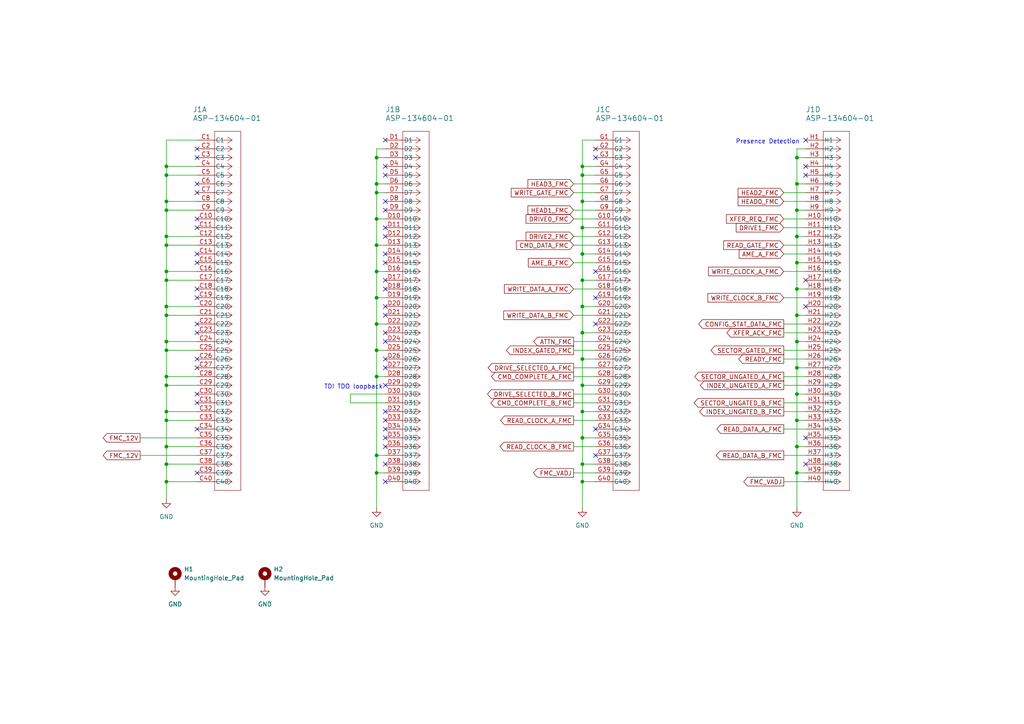
<source format=kicad_sch>
(kicad_sch (version 20230121) (generator eeschema)
  (paper "A4")
  (lib_symbols
    (symbol "Mechanical:MountingHole_Pad" (pin_numbers hide) (pin_names (offset 1.016) hide)
      (property "Reference" "H" (at 0 6.35 0))
      (property "Value" "MountingHole_Pad" (at 0 4.445 0))
      (symbol "MountingHole_Pad_1_1"
        (pin input line (at 0 -2.54 90) (length 2.54) (name "1") (number "1"))
      )
    )
    (symbol "custom:ASP-134604-01" (pin_names (offset 0.254))
      (property "Reference" "J" (at 8.89 6.35 0))
      (property "Value" "ASP-134604-01" (at 0 0 0))
      (symbol "ASP-134604-01_1_1"
        (pin unspecified line (at 0 0 0) (length 5.08) (name "C1") (number "C1"))
        (pin unspecified line (at 0 -22.86 0) (length 5.08) (name "C10") (number "C10"))
        (pin unspecified line (at 0 -25.4 0) (length 5.08) (name "C11") (number "C11"))
        (pin unspecified line (at 0 -27.94 0) (length 5.08) (name "C12") (number "C12"))
        (pin unspecified line (at 0 -30.48 0) (length 5.08) (name "C13") (number "C13"))
        (pin unspecified line (at 0 -33.02 0) (length 5.08) (name "C14") (number "C14"))
        (pin unspecified line (at 0 -35.56 0) (length 5.08) (name "C15") (number "C15"))
        (pin unspecified line (at 0 -38.1 0) (length 5.08) (name "C16") (number "C16"))
        (pin unspecified line (at 0 -40.64 0) (length 5.08) (name "C17") (number "C17"))
        (pin unspecified line (at 0 -43.18 0) (length 5.08) (name "C18") (number "C18"))
        (pin unspecified line (at 0 -45.72 0) (length 5.08) (name "C19") (number "C19"))
        (pin unspecified line (at 0 -2.54 0) (length 5.08) (name "C2") (number "C2"))
        (pin unspecified line (at 0 -48.26 0) (length 5.08) (name "C20") (number "C20"))
        (pin unspecified line (at 0 -50.8 0) (length 5.08) (name "C21") (number "C21"))
        (pin unspecified line (at 0 -53.34 0) (length 5.08) (name "C22") (number "C22"))
        (pin unspecified line (at 0 -55.88 0) (length 5.08) (name "C23") (number "C23"))
        (pin unspecified line (at 0 -58.42 0) (length 5.08) (name "C24") (number "C24"))
        (pin unspecified line (at 0 -60.96 0) (length 5.08) (name "C25") (number "C25"))
        (pin unspecified line (at 0 -63.5 0) (length 5.08) (name "C26") (number "C26"))
        (pin unspecified line (at 0 -66.04 0) (length 5.08) (name "C27") (number "C27"))
        (pin unspecified line (at 0 -68.58 0) (length 5.08) (name "C28") (number "C28"))
        (pin unspecified line (at 0 -71.12 0) (length 5.08) (name "C29") (number "C29"))
        (pin unspecified line (at 0 -5.08 0) (length 5.08) (name "C3") (number "C3"))
        (pin unspecified line (at 0 -73.66 0) (length 5.08) (name "C30") (number "C30"))
        (pin unspecified line (at 0 -76.2 0) (length 5.08) (name "C31") (number "C31"))
        (pin unspecified line (at 0 -78.74 0) (length 5.08) (name "C32") (number "C32"))
        (pin unspecified line (at 0 -81.28 0) (length 5.08) (name "C33") (number "C33"))
        (pin unspecified line (at 0 -83.82 0) (length 5.08) (name "C34") (number "C34"))
        (pin unspecified line (at 0 -86.36 0) (length 5.08) (name "C35") (number "C35"))
        (pin unspecified line (at 0 -88.9 0) (length 5.08) (name "C36") (number "C36"))
        (pin unspecified line (at 0 -91.44 0) (length 5.08) (name "C37") (number "C37"))
        (pin unspecified line (at 0 -93.98 0) (length 5.08) (name "C38") (number "C38"))
        (pin unspecified line (at 0 -96.52 0) (length 5.08) (name "C39") (number "C39"))
        (pin unspecified line (at 0 -7.62 0) (length 5.08) (name "C4") (number "C4"))
        (pin unspecified line (at 0 -99.06 0) (length 5.08) (name "C40") (number "C40"))
        (pin unspecified line (at 0 -10.16 0) (length 5.08) (name "C5") (number "C5"))
        (pin unspecified line (at 0 -12.7 0) (length 5.08) (name "C6") (number "C6"))
        (pin unspecified line (at 0 -15.24 0) (length 5.08) (name "C7") (number "C7"))
        (pin unspecified line (at 0 -17.78 0) (length 5.08) (name "C8") (number "C8"))
        (pin unspecified line (at 0 -20.32 0) (length 5.08) (name "C9") (number "C9"))
      )
      (symbol "ASP-134604-01_1_2"
        (pin unspecified line (at 0 0 0) (length 5.08) (name "C1") (number "C1"))
        (pin unspecified line (at 0 -22.86 0) (length 5.08) (name "C10") (number "C10"))
        (pin unspecified line (at 0 -25.4 0) (length 5.08) (name "C11") (number "C11"))
        (pin unspecified line (at 0 -27.94 0) (length 5.08) (name "C12") (number "C12"))
        (pin unspecified line (at 0 -30.48 0) (length 5.08) (name "C13") (number "C13"))
        (pin unspecified line (at 0 -33.02 0) (length 5.08) (name "C14") (number "C14"))
        (pin unspecified line (at 0 -35.56 0) (length 5.08) (name "C15") (number "C15"))
        (pin unspecified line (at 0 -38.1 0) (length 5.08) (name "C16") (number "C16"))
        (pin unspecified line (at 0 -40.64 0) (length 5.08) (name "C17") (number "C17"))
        (pin unspecified line (at 0 -43.18 0) (length 5.08) (name "C18") (number "C18"))
        (pin unspecified line (at 0 -45.72 0) (length 5.08) (name "C19") (number "C19"))
        (pin unspecified line (at 0 -2.54 0) (length 5.08) (name "C2") (number "C2"))
        (pin unspecified line (at 0 -48.26 0) (length 5.08) (name "C20") (number "C20"))
        (pin unspecified line (at 0 -50.8 0) (length 5.08) (name "C21") (number "C21"))
        (pin unspecified line (at 0 -53.34 0) (length 5.08) (name "C22") (number "C22"))
        (pin unspecified line (at 0 -55.88 0) (length 5.08) (name "C23") (number "C23"))
        (pin unspecified line (at 0 -58.42 0) (length 5.08) (name "C24") (number "C24"))
        (pin unspecified line (at 0 -60.96 0) (length 5.08) (name "C25") (number "C25"))
        (pin unspecified line (at 0 -63.5 0) (length 5.08) (name "C26") (number "C26"))
        (pin unspecified line (at 0 -66.04 0) (length 5.08) (name "C27") (number "C27"))
        (pin unspecified line (at 0 -68.58 0) (length 5.08) (name "C28") (number "C28"))
        (pin unspecified line (at 0 -71.12 0) (length 5.08) (name "C29") (number "C29"))
        (pin unspecified line (at 0 -5.08 0) (length 5.08) (name "C3") (number "C3"))
        (pin unspecified line (at 0 -73.66 0) (length 5.08) (name "C30") (number "C30"))
        (pin unspecified line (at 0 -76.2 0) (length 5.08) (name "C31") (number "C31"))
        (pin unspecified line (at 0 -78.74 0) (length 5.08) (name "C32") (number "C32"))
        (pin unspecified line (at 0 -81.28 0) (length 5.08) (name "C33") (number "C33"))
        (pin unspecified line (at 0 -83.82 0) (length 5.08) (name "C34") (number "C34"))
        (pin unspecified line (at 0 -86.36 0) (length 5.08) (name "C35") (number "C35"))
        (pin unspecified line (at 0 -88.9 0) (length 5.08) (name "C36") (number "C36"))
        (pin unspecified line (at 0 -91.44 0) (length 5.08) (name "C37") (number "C37"))
        (pin unspecified line (at 0 -93.98 0) (length 5.08) (name "C38") (number "C38"))
        (pin unspecified line (at 0 -96.52 0) (length 5.08) (name "C39") (number "C39"))
        (pin unspecified line (at 0 -7.62 0) (length 5.08) (name "C4") (number "C4"))
        (pin unspecified line (at 0 -99.06 0) (length 5.08) (name "C40") (number "C40"))
        (pin unspecified line (at 0 -10.16 0) (length 5.08) (name "C5") (number "C5"))
        (pin unspecified line (at 0 -12.7 0) (length 5.08) (name "C6") (number "C6"))
        (pin unspecified line (at 0 -15.24 0) (length 5.08) (name "C7") (number "C7"))
        (pin unspecified line (at 0 -17.78 0) (length 5.08) (name "C8") (number "C8"))
        (pin unspecified line (at 0 -20.32 0) (length 5.08) (name "C9") (number "C9"))
      )
      (symbol "ASP-134604-01_2_1"
        (pin unspecified line (at 0 0 0) (length 5.08) (name "D1") (number "D1"))
        (pin unspecified line (at 0 -22.86 0) (length 5.08) (name "D10") (number "D10"))
        (pin unspecified line (at 0 -25.4 0) (length 5.08) (name "D11") (number "D11"))
        (pin unspecified line (at 0 -27.94 0) (length 5.08) (name "D12") (number "D12"))
        (pin unspecified line (at 0 -30.48 0) (length 5.08) (name "D13") (number "D13"))
        (pin unspecified line (at 0 -33.02 0) (length 5.08) (name "D14") (number "D14"))
        (pin unspecified line (at 0 -35.56 0) (length 5.08) (name "D15") (number "D15"))
        (pin unspecified line (at 0 -38.1 0) (length 5.08) (name "D16") (number "D16"))
        (pin unspecified line (at 0 -40.64 0) (length 5.08) (name "D17") (number "D17"))
        (pin unspecified line (at 0 -43.18 0) (length 5.08) (name "D18") (number "D18"))
        (pin unspecified line (at 0 -45.72 0) (length 5.08) (name "D19") (number "D19"))
        (pin unspecified line (at 0 -2.54 0) (length 5.08) (name "D2") (number "D2"))
        (pin unspecified line (at 0 -48.26 0) (length 5.08) (name "D20") (number "D20"))
        (pin unspecified line (at 0 -50.8 0) (length 5.08) (name "D21") (number "D21"))
        (pin unspecified line (at 0 -53.34 0) (length 5.08) (name "D22") (number "D22"))
        (pin unspecified line (at 0 -55.88 0) (length 5.08) (name "D23") (number "D23"))
        (pin unspecified line (at 0 -58.42 0) (length 5.08) (name "D24") (number "D24"))
        (pin unspecified line (at 0 -60.96 0) (length 5.08) (name "D25") (number "D25"))
        (pin unspecified line (at 0 -63.5 0) (length 5.08) (name "D26") (number "D26"))
        (pin unspecified line (at 0 -66.04 0) (length 5.08) (name "D27") (number "D27"))
        (pin unspecified line (at 0 -68.58 0) (length 5.08) (name "D28") (number "D28"))
        (pin unspecified line (at 0 -71.12 0) (length 5.08) (name "D29") (number "D29"))
        (pin unspecified line (at 0 -5.08 0) (length 5.08) (name "D3") (number "D3"))
        (pin unspecified line (at 0 -73.66 0) (length 5.08) (name "D30") (number "D30"))
        (pin unspecified line (at 0 -76.2 0) (length 5.08) (name "D31") (number "D31"))
        (pin unspecified line (at 0 -78.74 0) (length 5.08) (name "D32") (number "D32"))
        (pin unspecified line (at 0 -81.28 0) (length 5.08) (name "D33") (number "D33"))
        (pin unspecified line (at 0 -83.82 0) (length 5.08) (name "D34") (number "D34"))
        (pin unspecified line (at 0 -86.36 0) (length 5.08) (name "D35") (number "D35"))
        (pin unspecified line (at 0 -88.9 0) (length 5.08) (name "D36") (number "D36"))
        (pin unspecified line (at 0 -91.44 0) (length 5.08) (name "D37") (number "D37"))
        (pin unspecified line (at 0 -93.98 0) (length 5.08) (name "D38") (number "D38"))
        (pin unspecified line (at 0 -96.52 0) (length 5.08) (name "D39") (number "D39"))
        (pin unspecified line (at 0 -7.62 0) (length 5.08) (name "D4") (number "D4"))
        (pin unspecified line (at 0 -99.06 0) (length 5.08) (name "D40") (number "D40"))
        (pin unspecified line (at 0 -10.16 0) (length 5.08) (name "D5") (number "D5"))
        (pin unspecified line (at 0 -12.7 0) (length 5.08) (name "D6") (number "D6"))
        (pin unspecified line (at 0 -15.24 0) (length 5.08) (name "D7") (number "D7"))
        (pin unspecified line (at 0 -17.78 0) (length 5.08) (name "D8") (number "D8"))
        (pin unspecified line (at 0 -20.32 0) (length 5.08) (name "D9") (number "D9"))
      )
      (symbol "ASP-134604-01_2_2"
        (pin unspecified line (at 0 0 0) (length 5.08) (name "D1") (number "D1"))
        (pin unspecified line (at 0 -22.86 0) (length 5.08) (name "D10") (number "D10"))
        (pin unspecified line (at 0 -25.4 0) (length 5.08) (name "D11") (number "D11"))
        (pin unspecified line (at 0 -27.94 0) (length 5.08) (name "D12") (number "D12"))
        (pin unspecified line (at 0 -30.48 0) (length 5.08) (name "D13") (number "D13"))
        (pin unspecified line (at 0 -33.02 0) (length 5.08) (name "D14") (number "D14"))
        (pin unspecified line (at 0 -35.56 0) (length 5.08) (name "D15") (number "D15"))
        (pin unspecified line (at 0 -38.1 0) (length 5.08) (name "D16") (number "D16"))
        (pin unspecified line (at 0 -40.64 0) (length 5.08) (name "D17") (number "D17"))
        (pin unspecified line (at 0 -43.18 0) (length 5.08) (name "D18") (number "D18"))
        (pin unspecified line (at 0 -45.72 0) (length 5.08) (name "D19") (number "D19"))
        (pin unspecified line (at 0 -2.54 0) (length 5.08) (name "D2") (number "D2"))
        (pin unspecified line (at 0 -48.26 0) (length 5.08) (name "D20") (number "D20"))
        (pin unspecified line (at 0 -50.8 0) (length 5.08) (name "D21") (number "D21"))
        (pin unspecified line (at 0 -53.34 0) (length 5.08) (name "D22") (number "D22"))
        (pin unspecified line (at 0 -55.88 0) (length 5.08) (name "D23") (number "D23"))
        (pin unspecified line (at 0 -58.42 0) (length 5.08) (name "D24") (number "D24"))
        (pin unspecified line (at 0 -60.96 0) (length 5.08) (name "D25") (number "D25"))
        (pin unspecified line (at 0 -63.5 0) (length 5.08) (name "D26") (number "D26"))
        (pin unspecified line (at 0 -66.04 0) (length 5.08) (name "D27") (number "D27"))
        (pin unspecified line (at 0 -68.58 0) (length 5.08) (name "D28") (number "D28"))
        (pin unspecified line (at 0 -71.12 0) (length 5.08) (name "D29") (number "D29"))
        (pin unspecified line (at 0 -5.08 0) (length 5.08) (name "D3") (number "D3"))
        (pin unspecified line (at 0 -73.66 0) (length 5.08) (name "D30") (number "D30"))
        (pin unspecified line (at 0 -76.2 0) (length 5.08) (name "D31") (number "D31"))
        (pin unspecified line (at 0 -78.74 0) (length 5.08) (name "D32") (number "D32"))
        (pin unspecified line (at 0 -81.28 0) (length 5.08) (name "D33") (number "D33"))
        (pin unspecified line (at 0 -83.82 0) (length 5.08) (name "D34") (number "D34"))
        (pin unspecified line (at 0 -86.36 0) (length 5.08) (name "D35") (number "D35"))
        (pin unspecified line (at 0 -88.9 0) (length 5.08) (name "D36") (number "D36"))
        (pin unspecified line (at 0 -91.44 0) (length 5.08) (name "D37") (number "D37"))
        (pin unspecified line (at 0 -93.98 0) (length 5.08) (name "D38") (number "D38"))
        (pin unspecified line (at 0 -96.52 0) (length 5.08) (name "D39") (number "D39"))
        (pin unspecified line (at 0 -7.62 0) (length 5.08) (name "D4") (number "D4"))
        (pin unspecified line (at 0 -99.06 0) (length 5.08) (name "D40") (number "D40"))
        (pin unspecified line (at 0 -10.16 0) (length 5.08) (name "D5") (number "D5"))
        (pin unspecified line (at 0 -12.7 0) (length 5.08) (name "D6") (number "D6"))
        (pin unspecified line (at 0 -15.24 0) (length 5.08) (name "D7") (number "D7"))
        (pin unspecified line (at 0 -17.78 0) (length 5.08) (name "D8") (number "D8"))
        (pin unspecified line (at 0 -20.32 0) (length 5.08) (name "D9") (number "D9"))
      )
      (symbol "ASP-134604-01_3_1"
        (pin unspecified line (at 0 0 0) (length 5.08) (name "G1") (number "G1"))
        (pin unspecified line (at 0 -22.86 0) (length 5.08) (name "G10") (number "G10"))
        (pin unspecified line (at 0 -25.4 0) (length 5.08) (name "G11") (number "G11"))
        (pin unspecified line (at 0 -27.94 0) (length 5.08) (name "G12") (number "G12"))
        (pin unspecified line (at 0 -30.48 0) (length 5.08) (name "G13") (number "G13"))
        (pin unspecified line (at 0 -33.02 0) (length 5.08) (name "G14") (number "G14"))
        (pin unspecified line (at 0 -35.56 0) (length 5.08) (name "G15") (number "G15"))
        (pin unspecified line (at 0 -38.1 0) (length 5.08) (name "G16") (number "G16"))
        (pin unspecified line (at 0 -40.64 0) (length 5.08) (name "G17") (number "G17"))
        (pin unspecified line (at 0 -43.18 0) (length 5.08) (name "G18") (number "G18"))
        (pin unspecified line (at 0 -45.72 0) (length 5.08) (name "G19") (number "G19"))
        (pin unspecified line (at 0 -2.54 0) (length 5.08) (name "G2") (number "G2"))
        (pin unspecified line (at 0 -48.26 0) (length 5.08) (name "G20") (number "G20"))
        (pin unspecified line (at 0 -50.8 0) (length 5.08) (name "G21") (number "G21"))
        (pin unspecified line (at 0 -53.34 0) (length 5.08) (name "G22") (number "G22"))
        (pin unspecified line (at 0 -55.88 0) (length 5.08) (name "G23") (number "G23"))
        (pin unspecified line (at 0 -58.42 0) (length 5.08) (name "G24") (number "G24"))
        (pin unspecified line (at 0 -60.96 0) (length 5.08) (name "G25") (number "G25"))
        (pin unspecified line (at 0 -63.5 0) (length 5.08) (name "G26") (number "G26"))
        (pin unspecified line (at 0 -66.04 0) (length 5.08) (name "G27") (number "G27"))
        (pin unspecified line (at 0 -68.58 0) (length 5.08) (name "G28") (number "G28"))
        (pin unspecified line (at 0 -71.12 0) (length 5.08) (name "G29") (number "G29"))
        (pin unspecified line (at 0 -5.08 0) (length 5.08) (name "G3") (number "G3"))
        (pin unspecified line (at 0 -73.66 0) (length 5.08) (name "G30") (number "G30"))
        (pin unspecified line (at 0 -76.2 0) (length 5.08) (name "G31") (number "G31"))
        (pin unspecified line (at 0 -78.74 0) (length 5.08) (name "G32") (number "G32"))
        (pin unspecified line (at 0 -81.28 0) (length 5.08) (name "G33") (number "G33"))
        (pin unspecified line (at 0 -83.82 0) (length 5.08) (name "G34") (number "G34"))
        (pin unspecified line (at 0 -86.36 0) (length 5.08) (name "G35") (number "G35"))
        (pin unspecified line (at 0 -88.9 0) (length 5.08) (name "G36") (number "G36"))
        (pin unspecified line (at 0 -91.44 0) (length 5.08) (name "G37") (number "G37"))
        (pin unspecified line (at 0 -93.98 0) (length 5.08) (name "G38") (number "G38"))
        (pin unspecified line (at 0 -96.52 0) (length 5.08) (name "G39") (number "G39"))
        (pin unspecified line (at 0 -7.62 0) (length 5.08) (name "G4") (number "G4"))
        (pin unspecified line (at 0 -99.06 0) (length 5.08) (name "G40") (number "G40"))
        (pin unspecified line (at 0 -10.16 0) (length 5.08) (name "G5") (number "G5"))
        (pin unspecified line (at 0 -12.7 0) (length 5.08) (name "G6") (number "G6"))
        (pin unspecified line (at 0 -15.24 0) (length 5.08) (name "G7") (number "G7"))
        (pin unspecified line (at 0 -17.78 0) (length 5.08) (name "G8") (number "G8"))
        (pin unspecified line (at 0 -20.32 0) (length 5.08) (name "G9") (number "G9"))
      )
      (symbol "ASP-134604-01_3_2"
        (pin unspecified line (at 0 0 0) (length 5.08) (name "G1") (number "G1"))
        (pin unspecified line (at 0 -22.86 0) (length 5.08) (name "G10") (number "G10"))
        (pin unspecified line (at 0 -25.4 0) (length 5.08) (name "G11") (number "G11"))
        (pin unspecified line (at 0 -27.94 0) (length 5.08) (name "G12") (number "G12"))
        (pin unspecified line (at 0 -30.48 0) (length 5.08) (name "G13") (number "G13"))
        (pin unspecified line (at 0 -33.02 0) (length 5.08) (name "G14") (number "G14"))
        (pin unspecified line (at 0 -35.56 0) (length 5.08) (name "G15") (number "G15"))
        (pin unspecified line (at 0 -38.1 0) (length 5.08) (name "G16") (number "G16"))
        (pin unspecified line (at 0 -40.64 0) (length 5.08) (name "G17") (number "G17"))
        (pin unspecified line (at 0 -43.18 0) (length 5.08) (name "G18") (number "G18"))
        (pin unspecified line (at 0 -45.72 0) (length 5.08) (name "G19") (number "G19"))
        (pin unspecified line (at 0 -2.54 0) (length 5.08) (name "G2") (number "G2"))
        (pin unspecified line (at 0 -48.26 0) (length 5.08) (name "G20") (number "G20"))
        (pin unspecified line (at 0 -50.8 0) (length 5.08) (name "G21") (number "G21"))
        (pin unspecified line (at 0 -53.34 0) (length 5.08) (name "G22") (number "G22"))
        (pin unspecified line (at 0 -55.88 0) (length 5.08) (name "G23") (number "G23"))
        (pin unspecified line (at 0 -58.42 0) (length 5.08) (name "G24") (number "G24"))
        (pin unspecified line (at 0 -60.96 0) (length 5.08) (name "G25") (number "G25"))
        (pin unspecified line (at 0 -63.5 0) (length 5.08) (name "G26") (number "G26"))
        (pin unspecified line (at 0 -66.04 0) (length 5.08) (name "G27") (number "G27"))
        (pin unspecified line (at 0 -68.58 0) (length 5.08) (name "G28") (number "G28"))
        (pin unspecified line (at 0 -71.12 0) (length 5.08) (name "G29") (number "G29"))
        (pin unspecified line (at 0 -5.08 0) (length 5.08) (name "G3") (number "G3"))
        (pin unspecified line (at 0 -73.66 0) (length 5.08) (name "G30") (number "G30"))
        (pin unspecified line (at 0 -76.2 0) (length 5.08) (name "G31") (number "G31"))
        (pin unspecified line (at 0 -78.74 0) (length 5.08) (name "G32") (number "G32"))
        (pin unspecified line (at 0 -81.28 0) (length 5.08) (name "G33") (number "G33"))
        (pin unspecified line (at 0 -83.82 0) (length 5.08) (name "G34") (number "G34"))
        (pin unspecified line (at 0 -86.36 0) (length 5.08) (name "G35") (number "G35"))
        (pin unspecified line (at 0 -88.9 0) (length 5.08) (name "G36") (number "G36"))
        (pin unspecified line (at 0 -91.44 0) (length 5.08) (name "G37") (number "G37"))
        (pin unspecified line (at 0 -93.98 0) (length 5.08) (name "G38") (number "G38"))
        (pin unspecified line (at 0 -96.52 0) (length 5.08) (name "G39") (number "G39"))
        (pin unspecified line (at 0 -7.62 0) (length 5.08) (name "G4") (number "G4"))
        (pin unspecified line (at 0 -99.06 0) (length 5.08) (name "G40") (number "G40"))
        (pin unspecified line (at 0 -10.16 0) (length 5.08) (name "G5") (number "G5"))
        (pin unspecified line (at 0 -12.7 0) (length 5.08) (name "G6") (number "G6"))
        (pin unspecified line (at 0 -15.24 0) (length 5.08) (name "G7") (number "G7"))
        (pin unspecified line (at 0 -17.78 0) (length 5.08) (name "G8") (number "G8"))
        (pin unspecified line (at 0 -20.32 0) (length 5.08) (name "G9") (number "G9"))
      )
      (symbol "ASP-134604-01_4_1"
        (pin unspecified line (at 0 0 0) (length 5.08) (name "H1") (number "H1"))
        (pin unspecified line (at 0 -22.86 0) (length 5.08) (name "H10") (number "H10"))
        (pin unspecified line (at 0 -25.4 0) (length 5.08) (name "H11") (number "H11"))
        (pin unspecified line (at 0 -27.94 0) (length 5.08) (name "H12") (number "H12"))
        (pin unspecified line (at 0 -30.48 0) (length 5.08) (name "H13") (number "H13"))
        (pin unspecified line (at 0 -33.02 0) (length 5.08) (name "H14") (number "H14"))
        (pin unspecified line (at 0 -35.56 0) (length 5.08) (name "H15") (number "H15"))
        (pin unspecified line (at 0 -38.1 0) (length 5.08) (name "H16") (number "H16"))
        (pin unspecified line (at 0 -40.64 0) (length 5.08) (name "H17") (number "H17"))
        (pin unspecified line (at 0 -43.18 0) (length 5.08) (name "H18") (number "H18"))
        (pin unspecified line (at 0 -45.72 0) (length 5.08) (name "H19") (number "H19"))
        (pin unspecified line (at 0 -2.54 0) (length 5.08) (name "H2") (number "H2"))
        (pin unspecified line (at 0 -48.26 0) (length 5.08) (name "H20") (number "H20"))
        (pin unspecified line (at 0 -50.8 0) (length 5.08) (name "H21") (number "H21"))
        (pin unspecified line (at 0 -53.34 0) (length 5.08) (name "H22") (number "H22"))
        (pin unspecified line (at 0 -55.88 0) (length 5.08) (name "H23") (number "H23"))
        (pin unspecified line (at 0 -58.42 0) (length 5.08) (name "H24") (number "H24"))
        (pin unspecified line (at 0 -60.96 0) (length 5.08) (name "H25") (number "H25"))
        (pin unspecified line (at 0 -63.5 0) (length 5.08) (name "H26") (number "H26"))
        (pin unspecified line (at 0 -66.04 0) (length 5.08) (name "H27") (number "H27"))
        (pin unspecified line (at 0 -68.58 0) (length 5.08) (name "H28") (number "H28"))
        (pin unspecified line (at 0 -71.12 0) (length 5.08) (name "H29") (number "H29"))
        (pin unspecified line (at 0 -5.08 0) (length 5.08) (name "H3") (number "H3"))
        (pin unspecified line (at 0 -73.66 0) (length 5.08) (name "H30") (number "H30"))
        (pin unspecified line (at 0 -76.2 0) (length 5.08) (name "H31") (number "H31"))
        (pin unspecified line (at 0 -78.74 0) (length 5.08) (name "H32") (number "H32"))
        (pin unspecified line (at 0 -81.28 0) (length 5.08) (name "H33") (number "H33"))
        (pin unspecified line (at 0 -83.82 0) (length 5.08) (name "H34") (number "H34"))
        (pin unspecified line (at 0 -86.36 0) (length 5.08) (name "H35") (number "H35"))
        (pin unspecified line (at 0 -88.9 0) (length 5.08) (name "H36") (number "H36"))
        (pin unspecified line (at 0 -91.44 0) (length 5.08) (name "H37") (number "H37"))
        (pin unspecified line (at 0 -93.98 0) (length 5.08) (name "H38") (number "H38"))
        (pin unspecified line (at 0 -96.52 0) (length 5.08) (name "H39") (number "H39"))
        (pin unspecified line (at 0 -7.62 0) (length 5.08) (name "H4") (number "H4"))
        (pin unspecified line (at 0 -99.06 0) (length 5.08) (name "H40") (number "H40"))
        (pin unspecified line (at 0 -10.16 0) (length 5.08) (name "H5") (number "H5"))
        (pin unspecified line (at 0 -12.7 0) (length 5.08) (name "H6") (number "H6"))
        (pin unspecified line (at 0 -15.24 0) (length 5.08) (name "H7") (number "H7"))
        (pin unspecified line (at 0 -17.78 0) (length 5.08) (name "H8") (number "H8"))
        (pin unspecified line (at 0 -20.32 0) (length 5.08) (name "H9") (number "H9"))
      )
      (symbol "ASP-134604-01_4_2"
        (pin unspecified line (at 0 0 0) (length 5.08) (name "H1") (number "H1"))
        (pin unspecified line (at 0 -22.86 0) (length 5.08) (name "H10") (number "H10"))
        (pin unspecified line (at 0 -25.4 0) (length 5.08) (name "H11") (number "H11"))
        (pin unspecified line (at 0 -27.94 0) (length 5.08) (name "H12") (number "H12"))
        (pin unspecified line (at 0 -30.48 0) (length 5.08) (name "H13") (number "H13"))
        (pin unspecified line (at 0 -33.02 0) (length 5.08) (name "H14") (number "H14"))
        (pin unspecified line (at 0 -35.56 0) (length 5.08) (name "H15") (number "H15"))
        (pin unspecified line (at 0 -38.1 0) (length 5.08) (name "H16") (number "H16"))
        (pin unspecified line (at 0 -40.64 0) (length 5.08) (name "H17") (number "H17"))
        (pin unspecified line (at 0 -43.18 0) (length 5.08) (name "H18") (number "H18"))
        (pin unspecified line (at 0 -45.72 0) (length 5.08) (name "H19") (number "H19"))
        (pin unspecified line (at 0 -2.54 0) (length 5.08) (name "H2") (number "H2"))
        (pin unspecified line (at 0 -48.26 0) (length 5.08) (name "H20") (number "H20"))
        (pin unspecified line (at 0 -50.8 0) (length 5.08) (name "H21") (number "H21"))
        (pin unspecified line (at 0 -53.34 0) (length 5.08) (name "H22") (number "H22"))
        (pin unspecified line (at 0 -55.88 0) (length 5.08) (name "H23") (number "H23"))
        (pin unspecified line (at 0 -58.42 0) (length 5.08) (name "H24") (number "H24"))
        (pin unspecified line (at 0 -60.96 0) (length 5.08) (name "H25") (number "H25"))
        (pin unspecified line (at 0 -63.5 0) (length 5.08) (name "H26") (number "H26"))
        (pin unspecified line (at 0 -66.04 0) (length 5.08) (name "H27") (number "H27"))
        (pin unspecified line (at 0 -68.58 0) (length 5.08) (name "H28") (number "H28"))
        (pin unspecified line (at 0 -71.12 0) (length 5.08) (name "H29") (number "H29"))
        (pin unspecified line (at 0 -5.08 0) (length 5.08) (name "H3") (number "H3"))
        (pin unspecified line (at 0 -73.66 0) (length 5.08) (name "H30") (number "H30"))
        (pin unspecified line (at 0 -76.2 0) (length 5.08) (name "H31") (number "H31"))
        (pin unspecified line (at 0 -78.74 0) (length 5.08) (name "H32") (number "H32"))
        (pin unspecified line (at 0 -81.28 0) (length 5.08) (name "H33") (number "H33"))
        (pin unspecified line (at 0 -83.82 0) (length 5.08) (name "H34") (number "H34"))
        (pin unspecified line (at 0 -86.36 0) (length 5.08) (name "H35") (number "H35"))
        (pin unspecified line (at 0 -88.9 0) (length 5.08) (name "H36") (number "H36"))
        (pin unspecified line (at 0 -91.44 0) (length 5.08) (name "H37") (number "H37"))
        (pin unspecified line (at 0 -93.98 0) (length 5.08) (name "H38") (number "H38"))
        (pin unspecified line (at 0 -96.52 0) (length 5.08) (name "H39") (number "H39"))
        (pin unspecified line (at 0 -7.62 0) (length 5.08) (name "H4") (number "H4"))
        (pin unspecified line (at 0 -99.06 0) (length 5.08) (name "H40") (number "H40"))
        (pin unspecified line (at 0 -10.16 0) (length 5.08) (name "H5") (number "H5"))
        (pin unspecified line (at 0 -12.7 0) (length 5.08) (name "H6") (number "H6"))
        (pin unspecified line (at 0 -15.24 0) (length 5.08) (name "H7") (number "H7"))
        (pin unspecified line (at 0 -17.78 0) (length 5.08) (name "H8") (number "H8"))
        (pin unspecified line (at 0 -20.32 0) (length 5.08) (name "H9") (number "H9"))
      )
    )
    (symbol "power:GND" (power) (pin_names (offset 0))
      (property "Value" "GND" (at 0 -3.81 0))
      (symbol "GND_1_1"
        (pin power_in line (at 0 0 270) (length 0) hide (name "GND") (number "1"))
      )
    )
  )
  (junction (at 48.26 60.96))
  (junction (at 48.26 129.54))
  (junction (at 231.14 106.68))
  (junction (at 48.26 134.62))
  (junction (at 48.26 68.58))
  (junction (at 168.91 119.38))
  (junction (at 48.26 139.7))
  (junction (at 168.91 50.8))
  (junction (at 48.26 50.8))
  (junction (at 48.26 71.12))
  (junction (at 109.22 63.5))
  (junction (at 48.26 101.6))
  (junction (at 109.22 55.88))
  (junction (at 109.22 101.6))
  (junction (at 168.91 81.28))
  (junction (at 168.91 58.42))
  (junction (at 48.26 121.92))
  (junction (at 109.22 45.72))
  (junction (at 231.14 114.3))
  (junction (at 168.91 96.52))
  (junction (at 109.22 109.22))
  (junction (at 231.14 99.06))
  (junction (at 231.14 91.44))
  (junction (at 231.14 83.82))
  (junction (at 231.14 129.54))
  (junction (at 109.22 86.36))
  (junction (at 48.26 109.22))
  (junction (at 109.22 137.16))
  (junction (at 109.22 53.34))
  (junction (at 48.26 78.74))
  (junction (at 48.26 81.28))
  (junction (at 231.14 60.96))
  (junction (at 109.22 132.08))
  (junction (at 168.91 111.76))
  (junction (at 48.26 88.9))
  (junction (at 231.14 76.2))
  (junction (at 109.22 71.12))
  (junction (at 48.26 99.06))
  (junction (at 48.26 48.26))
  (junction (at 231.14 121.92))
  (junction (at 168.91 134.62))
  (junction (at 168.91 73.66))
  (junction (at 48.26 91.44))
  (junction (at 48.26 58.42))
  (junction (at 168.91 139.7))
  (junction (at 231.14 53.34))
  (junction (at 48.26 119.38))
  (junction (at 168.91 66.04))
  (junction (at 109.22 78.74))
  (junction (at 231.14 137.16))
  (junction (at 48.26 111.76))
  (junction (at 231.14 45.72))
  (junction (at 168.91 48.26))
  (junction (at 231.14 68.58))
  (junction (at 168.91 127))
  (junction (at 109.22 93.98))
  (junction (at 168.91 104.14))
  (junction (at 168.91 88.9))
  (no_connect (at 172.72 93.98))
  (no_connect (at 57.15 96.52))
  (no_connect (at 111.76 129.54))
  (no_connect (at 57.15 43.18))
  (no_connect (at 57.15 76.2))
  (no_connect (at 172.72 78.74))
  (no_connect (at 111.76 111.76))
  (no_connect (at 57.15 45.72))
  (no_connect (at 111.76 81.28))
  (no_connect (at 111.76 88.9))
  (no_connect (at 57.15 104.14))
  (no_connect (at 57.15 73.66))
  (no_connect (at 172.72 132.08))
  (no_connect (at 172.72 43.18))
  (no_connect (at 233.68 81.28))
  (no_connect (at 111.76 68.58))
  (no_connect (at 57.15 137.16))
  (no_connect (at 57.15 124.46))
  (no_connect (at 111.76 104.14))
  (no_connect (at 111.76 124.46))
  (no_connect (at 111.76 96.52))
  (no_connect (at 111.76 134.62))
  (no_connect (at 172.72 124.46))
  (no_connect (at 111.76 58.42))
  (no_connect (at 57.15 63.5))
  (no_connect (at 57.15 86.36))
  (no_connect (at 57.15 116.84))
  (no_connect (at 111.76 73.66))
  (no_connect (at 111.76 50.8))
  (no_connect (at 111.76 83.82))
  (no_connect (at 57.15 114.3))
  (no_connect (at 233.68 88.9))
  (no_connect (at 111.76 91.44))
  (no_connect (at 57.15 53.34))
  (no_connect (at 111.76 121.92))
  (no_connect (at 233.68 50.8))
  (no_connect (at 172.72 45.72))
  (no_connect (at 111.76 99.06))
  (no_connect (at 57.15 83.82))
  (no_connect (at 233.68 40.64))
  (no_connect (at 111.76 48.26))
  (no_connect (at 57.15 66.04))
  (no_connect (at 57.15 93.98))
  (no_connect (at 57.15 55.88))
  (no_connect (at 172.72 86.36))
  (no_connect (at 233.68 127))
  (no_connect (at 111.76 139.7))
  (no_connect (at 111.76 106.68))
  (no_connect (at 233.68 48.26))
  (no_connect (at 233.68 134.62))
  (no_connect (at 57.15 106.68))
  (no_connect (at 111.76 119.38))
  (no_connect (at 111.76 127))
  (no_connect (at 111.76 60.96))
  (no_connect (at 111.76 40.64))
  (no_connect (at 111.76 66.04))
  (no_connect (at 111.76 76.2))
  (wire (pts (xy 57.15 121.92) (xy 48.26 121.92)))
  (wire (pts (xy 227.33 124.46) (xy 233.68 124.46)))
  (wire (pts (xy 168.91 111.76) (xy 168.91 119.38)))
  (wire (pts (xy 166.37 129.54) (xy 172.72 129.54)))
  (wire (pts (xy 168.91 96.52) (xy 168.91 104.14)))
  (wire (pts (xy 48.26 68.58) (xy 57.15 68.58)))
  (wire (pts (xy 48.26 71.12) (xy 48.26 78.74)))
  (wire (pts (xy 231.14 68.58) (xy 231.14 76.2)))
  (wire (pts (xy 109.22 101.6) (xy 109.22 109.22)))
  (wire (pts (xy 48.26 81.28) (xy 48.26 88.9)))
  (wire (pts (xy 227.33 139.7) (xy 233.68 139.7)))
  (wire (pts (xy 172.72 96.52) (xy 168.91 96.52)))
  (wire (pts (xy 57.15 40.64) (xy 48.26 40.64)))
  (wire (pts (xy 109.22 43.18) (xy 109.22 45.72)))
  (wire (pts (xy 48.26 40.64) (xy 48.26 48.26)))
  (wire (pts (xy 172.72 111.76) (xy 168.91 111.76)))
  (wire (pts (xy 227.33 111.76) (xy 233.68 111.76)))
  (wire (pts (xy 227.33 86.36) (xy 233.68 86.36)))
  (wire (pts (xy 233.68 91.44) (xy 231.14 91.44)))
  (wire (pts (xy 166.37 101.6) (xy 172.72 101.6)))
  (wire (pts (xy 48.26 91.44) (xy 57.15 91.44)))
  (wire (pts (xy 109.22 132.08) (xy 109.22 137.16)))
  (wire (pts (xy 48.26 68.58) (xy 48.26 71.12)))
  (wire (pts (xy 172.72 139.7) (xy 168.91 139.7)))
  (wire (pts (xy 48.26 78.74) (xy 57.15 78.74)))
  (wire (pts (xy 231.14 60.96) (xy 231.14 68.58)))
  (wire (pts (xy 231.14 43.18) (xy 231.14 45.72)))
  (wire (pts (xy 111.76 71.12) (xy 109.22 71.12)))
  (wire (pts (xy 48.26 71.12) (xy 57.15 71.12)))
  (wire (pts (xy 233.68 106.68) (xy 231.14 106.68)))
  (wire (pts (xy 40.64 132.08) (xy 57.15 132.08)))
  (wire (pts (xy 172.72 127) (xy 168.91 127)))
  (wire (pts (xy 48.26 129.54) (xy 48.26 134.62)))
  (wire (pts (xy 48.26 81.28) (xy 57.15 81.28)))
  (wire (pts (xy 109.22 63.5) (xy 109.22 71.12)))
  (wire (pts (xy 227.33 66.04) (xy 233.68 66.04)))
  (wire (pts (xy 231.14 99.06) (xy 231.14 106.68)))
  (wire (pts (xy 172.72 134.62) (xy 168.91 134.62)))
  (wire (pts (xy 57.15 99.06) (xy 48.26 99.06)))
  (wire (pts (xy 57.15 101.6) (xy 48.26 101.6)))
  (wire (pts (xy 172.72 73.66) (xy 168.91 73.66)))
  (wire (pts (xy 227.33 63.5) (xy 233.68 63.5)))
  (wire (pts (xy 172.72 119.38) (xy 168.91 119.38)))
  (wire (pts (xy 172.72 104.14) (xy 168.91 104.14)))
  (wire (pts (xy 227.33 73.66) (xy 233.68 73.66)))
  (wire (pts (xy 233.68 137.16) (xy 231.14 137.16)))
  (wire (pts (xy 48.26 139.7) (xy 48.26 144.78)))
  (wire (pts (xy 166.37 91.44) (xy 172.72 91.44)))
  (wire (pts (xy 111.76 137.16) (xy 109.22 137.16)))
  (wire (pts (xy 168.91 119.38) (xy 168.91 127)))
  (wire (pts (xy 109.22 45.72) (xy 109.22 53.34)))
  (wire (pts (xy 227.33 119.38) (xy 233.68 119.38)))
  (wire (pts (xy 168.91 73.66) (xy 168.91 81.28)))
  (wire (pts (xy 231.14 114.3) (xy 231.14 121.92)))
  (wire (pts (xy 168.91 134.62) (xy 168.91 139.7)))
  (wire (pts (xy 109.22 53.34) (xy 109.22 55.88)))
  (wire (pts (xy 231.14 137.16) (xy 231.14 147.32)))
  (wire (pts (xy 231.14 83.82) (xy 231.14 91.44)))
  (wire (pts (xy 48.26 134.62) (xy 48.26 139.7)))
  (wire (pts (xy 166.37 68.58) (xy 172.72 68.58)))
  (wire (pts (xy 48.26 78.74) (xy 48.26 81.28)))
  (wire (pts (xy 227.33 109.22) (xy 233.68 109.22)))
  (wire (pts (xy 227.33 93.98) (xy 233.68 93.98)))
  (wire (pts (xy 166.37 116.84) (xy 172.72 116.84)))
  (wire (pts (xy 231.14 106.68) (xy 231.14 114.3)))
  (wire (pts (xy 168.91 139.7) (xy 168.91 147.32)))
  (wire (pts (xy 227.33 101.6) (xy 233.68 101.6)))
  (wire (pts (xy 233.68 99.06) (xy 231.14 99.06)))
  (wire (pts (xy 109.22 86.36) (xy 109.22 93.98)))
  (wire (pts (xy 57.15 48.26) (xy 48.26 48.26)))
  (wire (pts (xy 166.37 76.2) (xy 172.72 76.2)))
  (wire (pts (xy 168.91 81.28) (xy 168.91 88.9)))
  (wire (pts (xy 233.68 43.18) (xy 231.14 43.18)))
  (wire (pts (xy 109.22 55.88) (xy 109.22 63.5)))
  (wire (pts (xy 48.26 99.06) (xy 48.26 101.6)))
  (wire (pts (xy 111.76 43.18) (xy 109.22 43.18)))
  (wire (pts (xy 57.15 109.22) (xy 48.26 109.22)))
  (wire (pts (xy 40.64 127) (xy 57.15 127)))
  (wire (pts (xy 48.26 109.22) (xy 48.26 111.76)))
  (wire (pts (xy 166.37 60.96) (xy 172.72 60.96)))
  (wire (pts (xy 231.14 121.92) (xy 231.14 129.54)))
  (wire (pts (xy 172.72 40.64) (xy 168.91 40.64)))
  (wire (pts (xy 168.91 48.26) (xy 172.72 48.26)))
  (wire (pts (xy 101.6 116.84) (xy 111.76 116.84)))
  (wire (pts (xy 48.26 139.7) (xy 57.15 139.7)))
  (wire (pts (xy 57.15 134.62) (xy 48.26 134.62)))
  (wire (pts (xy 168.91 58.42) (xy 168.91 66.04)))
  (wire (pts (xy 227.33 104.14) (xy 233.68 104.14)))
  (wire (pts (xy 231.14 129.54) (xy 231.14 137.16)))
  (wire (pts (xy 233.68 60.96) (xy 231.14 60.96)))
  (wire (pts (xy 227.33 132.08) (xy 233.68 132.08)))
  (wire (pts (xy 57.15 88.9) (xy 48.26 88.9)))
  (wire (pts (xy 109.22 55.88) (xy 111.76 55.88)))
  (wire (pts (xy 166.37 137.16) (xy 172.72 137.16)))
  (wire (pts (xy 233.68 83.82) (xy 231.14 83.82)))
  (wire (pts (xy 48.26 50.8) (xy 48.26 58.42)))
  (wire (pts (xy 227.33 78.74) (xy 233.68 78.74)))
  (wire (pts (xy 111.76 63.5) (xy 109.22 63.5)))
  (wire (pts (xy 231.14 53.34) (xy 231.14 60.96)))
  (wire (pts (xy 166.37 114.3) (xy 172.72 114.3)))
  (wire (pts (xy 166.37 55.88) (xy 172.72 55.88)))
  (wire (pts (xy 168.91 104.14) (xy 168.91 111.76)))
  (wire (pts (xy 168.91 88.9) (xy 168.91 96.52)))
  (wire (pts (xy 172.72 58.42) (xy 168.91 58.42)))
  (wire (pts (xy 48.26 60.96) (xy 57.15 60.96)))
  (wire (pts (xy 109.22 109.22) (xy 109.22 132.08)))
  (wire (pts (xy 48.26 58.42) (xy 57.15 58.42)))
  (wire (pts (xy 101.6 114.3) (xy 101.6 116.84)))
  (wire (pts (xy 233.68 121.92) (xy 231.14 121.92)))
  (wire (pts (xy 48.26 50.8) (xy 57.15 50.8)))
  (wire (pts (xy 168.91 50.8) (xy 168.91 58.42)))
  (wire (pts (xy 166.37 83.82) (xy 172.72 83.82)))
  (wire (pts (xy 111.76 93.98) (xy 109.22 93.98)))
  (wire (pts (xy 109.22 71.12) (xy 109.22 78.74)))
  (wire (pts (xy 111.76 132.08) (xy 109.22 132.08)))
  (wire (pts (xy 231.14 91.44) (xy 231.14 99.06)))
  (wire (pts (xy 111.76 86.36) (xy 109.22 86.36)))
  (wire (pts (xy 233.68 114.3) (xy 231.14 114.3)))
  (wire (pts (xy 48.26 111.76) (xy 48.26 119.38)))
  (wire (pts (xy 168.91 127) (xy 168.91 134.62)))
  (wire (pts (xy 57.15 111.76) (xy 48.26 111.76)))
  (wire (pts (xy 48.26 88.9) (xy 48.26 91.44)))
  (wire (pts (xy 48.26 58.42) (xy 48.26 60.96)))
  (wire (pts (xy 166.37 99.06) (xy 172.72 99.06)))
  (wire (pts (xy 172.72 66.04) (xy 168.91 66.04)))
  (wire (pts (xy 166.37 71.12) (xy 172.72 71.12)))
  (wire (pts (xy 166.37 121.92) (xy 172.72 121.92)))
  (wire (pts (xy 166.37 53.34) (xy 172.72 53.34)))
  (wire (pts (xy 48.26 60.96) (xy 48.26 68.58)))
  (wire (pts (xy 231.14 76.2) (xy 231.14 83.82)))
  (wire (pts (xy 111.76 53.34) (xy 109.22 53.34)))
  (wire (pts (xy 172.72 81.28) (xy 168.91 81.28)))
  (wire (pts (xy 109.22 45.72) (xy 111.76 45.72)))
  (wire (pts (xy 166.37 63.5) (xy 172.72 63.5)))
  (wire (pts (xy 111.76 78.74) (xy 109.22 78.74)))
  (wire (pts (xy 109.22 78.74) (xy 109.22 86.36)))
  (wire (pts (xy 233.68 76.2) (xy 231.14 76.2)))
  (wire (pts (xy 227.33 71.12) (xy 233.68 71.12)))
  (wire (pts (xy 233.68 129.54) (xy 231.14 129.54)))
  (wire (pts (xy 231.14 45.72) (xy 231.14 53.34)))
  (wire (pts (xy 227.33 55.88) (xy 233.68 55.88)))
  (wire (pts (xy 48.26 121.92) (xy 48.26 129.54)))
  (wire (pts (xy 233.68 45.72) (xy 231.14 45.72)))
  (wire (pts (xy 109.22 137.16) (xy 109.22 147.32)))
  (wire (pts (xy 109.22 93.98) (xy 109.22 101.6)))
  (wire (pts (xy 172.72 50.8) (xy 168.91 50.8)))
  (wire (pts (xy 111.76 101.6) (xy 109.22 101.6)))
  (wire (pts (xy 48.26 48.26) (xy 48.26 50.8)))
  (wire (pts (xy 111.76 109.22) (xy 109.22 109.22)))
  (wire (pts (xy 48.26 119.38) (xy 48.26 121.92)))
  (wire (pts (xy 48.26 101.6) (xy 48.26 109.22)))
  (wire (pts (xy 166.37 106.68) (xy 172.72 106.68)))
  (wire (pts (xy 168.91 40.64) (xy 168.91 48.26)))
  (wire (pts (xy 227.33 58.42) (xy 233.68 58.42)))
  (wire (pts (xy 172.72 88.9) (xy 168.91 88.9)))
  (wire (pts (xy 227.33 116.84) (xy 233.68 116.84)))
  (wire (pts (xy 111.76 114.3) (xy 101.6 114.3)))
  (wire (pts (xy 168.91 66.04) (xy 168.91 73.66)))
  (wire (pts (xy 166.37 109.22) (xy 172.72 109.22)))
  (wire (pts (xy 168.91 48.26) (xy 168.91 50.8)))
  (wire (pts (xy 227.33 96.52) (xy 233.68 96.52)))
  (wire (pts (xy 233.68 53.34) (xy 231.14 53.34)))
  (wire (pts (xy 57.15 119.38) (xy 48.26 119.38)))
  (wire (pts (xy 48.26 91.44) (xy 48.26 99.06)))
  (wire (pts (xy 233.68 68.58) (xy 231.14 68.58)))
  (wire (pts (xy 57.15 129.54) (xy 48.26 129.54)))
  (text "Presence Detection" (at 213.36 41.91 0) (effects (font (size 1.27 1.27)) (justify left bottom)))
  (text "TDI TDO loopback" (at 93.98 113.03 0) (effects (font (size 1.27 1.27)) (justify left bottom)))
  (global_label "INDEX_GATED_FMC" (shape output) (at 166.37 101.6 180) (property "Intersheetrefs" "${INTERSHEET_REFS}" (effects hide)))
  (global_label "SECTOR_GATED_FMC" (shape output) (at 227.33 101.6 180) (property "Intersheetrefs" "${INTERSHEET_REFS}" (effects hide)))
  (global_label "READ_GATE_FMC" (shape input) (at 227.33 71.12 180) (property "Intersheetrefs" "${INTERSHEET_REFS}" (effects hide)))
  (global_label "WRITE_GATE_FMC" (shape input) (at 166.37 55.88 180) (property "Intersheetrefs" "${INTERSHEET_REFS}" (effects hide)))
  (global_label "DRIVE2_FMC" (shape input) (at 166.37 68.58 180) (property "Intersheetrefs" "${INTERSHEET_REFS}" (effects hide)))
  (global_label "READ_CLOCK_B_FMC" (shape output) (at 166.37 129.54 180) (property "Intersheetrefs" "${INTERSHEET_REFS}" (effects hide)))
  (global_label "FMC_VADJ" (shape output) (at 227.33 139.7 180) (property "Intersheetrefs" "${INTERSHEET_REFS}" (effects hide)))
  (global_label "READ_CLOCK_A_FMC" (shape output) (at 166.37 121.92 180) (property "Intersheetrefs" "${INTERSHEET_REFS}" (effects hide)))
  (global_label "HEAD0_FMC" (shape input) (at 227.33 58.42 180) (property "Intersheetrefs" "${INTERSHEET_REFS}" (effects hide)))
  (global_label "FMC_12V" (shape output) (at 40.64 127 180) (property "Intersheetrefs" "${INTERSHEET_REFS}" (effects hide)))
  (global_label "WRITE_DATA_A_FMC" (shape input) (at 166.37 83.82 180) (property "Intersheetrefs" "${INTERSHEET_REFS}" (effects hide)))
  (global_label "HEAD1_FMC" (shape input) (at 166.37 60.96 180) (property "Intersheetrefs" "${INTERSHEET_REFS}" (effects hide)))
  (global_label "AME_B_FMC" (shape input) (at 166.37 76.2 180) (property "Intersheetrefs" "${INTERSHEET_REFS}" (effects hide)))
  (global_label "INDEX_UNGATED_A_FMC" (shape output) (at 227.33 111.76 180) (property "Intersheetrefs" "${INTERSHEET_REFS}" (effects hide)))
  (global_label "WRITE_CLOCK_B_FMC" (shape input) (at 227.33 86.36 180) (property "Intersheetrefs" "${INTERSHEET_REFS}" (effects hide)))
  (global_label "FMC_12V" (shape output) (at 40.64 132.08 180) (property "Intersheetrefs" "${INTERSHEET_REFS}" (effects hide)))
  (global_label "AME_A_FMC" (shape input) (at 227.33 73.66 180) (property "Intersheetrefs" "${INTERSHEET_REFS}" (effects hide)))
  (global_label "DRIVE_SELECTED_A_FMC" (shape output) (at 166.37 106.68 180) (property "Intersheetrefs" "${INTERSHEET_REFS}" (effects hide)))
  (global_label "WRITE_DATA_B_FMC" (shape input) (at 166.37 91.44 180) (property "Intersheetrefs" "${INTERSHEET_REFS}" (effects hide)))
  (global_label "READ_DATA_A_FMC" (shape output) (at 227.33 124.46 180) (property "Intersheetrefs" "${INTERSHEET_REFS}" (effects hide)))
  (global_label "XFER_ACK_FMC" (shape output) (at 227.33 96.52 180) (property "Intersheetrefs" "${INTERSHEET_REFS}" (effects hide)))
  (global_label "HEAD2_FMC" (shape input) (at 227.33 55.88 180) (property "Intersheetrefs" "${INTERSHEET_REFS}" (effects hide)))
  (global_label "XFER_REQ_FMC" (shape input) (at 227.33 63.5 180) (property "Intersheetrefs" "${INTERSHEET_REFS}" (effects hide)))
  (global_label "CMD_DATA_FMC" (shape input) (at 166.37 71.12 180) (property "Intersheetrefs" "${INTERSHEET_REFS}" (effects hide)))
  (global_label "FMC_VADJ" (shape output) (at 166.37 137.16 180) (property "Intersheetrefs" "${INTERSHEET_REFS}" (effects hide)))
  (global_label "ATTN_FMC" (shape output) (at 166.37 99.06 180) (property "Intersheetrefs" "${INTERSHEET_REFS}" (effects hide)))
  (global_label "INDEX_UNGATED_B_FMC" (shape output) (at 227.33 119.38 180) (property "Intersheetrefs" "${INTERSHEET_REFS}" (effects hide)))
  (global_label "DRIVE_SELECTED_B_FMC" (shape output) (at 166.37 114.3 180) (property "Intersheetrefs" "${INTERSHEET_REFS}" (effects hide)))
  (global_label "WRITE_CLOCK_A_FMC" (shape input) (at 227.33 78.74 180) (property "Intersheetrefs" "${INTERSHEET_REFS}" (effects hide)))
  (global_label "CMD_COMPLETE_B_FMC" (shape output) (at 166.37 116.84 180) (property "Intersheetrefs" "${INTERSHEET_REFS}" (effects hide)))
  (global_label "READ_DATA_B_FMC" (shape output) (at 227.33 132.08 180) (property "Intersheetrefs" "${INTERSHEET_REFS}" (effects hide)))
  (global_label "CMD_COMPLETE_A_FMC" (shape output) (at 166.37 109.22 180) (property "Intersheetrefs" "${INTERSHEET_REFS}" (effects hide)))
  (global_label "CONFIG_STAT_DATA_FMC" (shape output) (at 227.33 93.98 180) (property "Intersheetrefs" "${INTERSHEET_REFS}" (effects hide)))
  (global_label "HEAD3_FMC" (shape input) (at 166.37 53.34 180) (property "Intersheetrefs" "${INTERSHEET_REFS}" (effects hide)))
  (global_label "SECTOR_UNGATED_B_FMC" (shape output) (at 227.33 116.84 180) (property "Intersheetrefs" "${INTERSHEET_REFS}" (effects hide)))
  (global_label "SECTOR_UNGATED_A_FMC" (shape output) (at 227.33 109.22 180) (property "Intersheetrefs" "${INTERSHEET_REFS}" (effects hide)))
  (global_label "DRIVE1_FMC" (shape input) (at 227.33 66.04 180) (property "Intersheetrefs" "${INTERSHEET_REFS}" (effects hide)))
  (global_label "READY_FMC" (shape output) (at 227.33 104.14 180) (property "Intersheetrefs" "${INTERSHEET_REFS}" (effects hide)))
  (global_label "DRIVE0_FMC" (shape input) (at 166.37 63.5 180) (property "Intersheetrefs" "${INTERSHEET_REFS}" (effects hide)))
  (symbol (lib_id "custom:ASP-134604-01") (at 111.76 40.64 0) (unit 2)
    (property "Reference" "J1" (at 111.76 31.75 0) (effects (font (size 1.524 1.524)) (justify left)))
    (property "Value" "ASP-134604-01" (at 111.76 34.29 0) (effects (font (size 1.524 1.524)) (justify left)))
    (property "Footprint" "custom:CONN_ASP-134604-01_SAI" (effects hide))
    (property "Datasheet" "ASP-134604-01" (effects hide))
  )
  (symbol (lib_id "Mechanical:MountingHole_Pad") (at 76.835 167.64 0) (unit 1)
    (property "Reference" "H2" (at 79.375 165.1 0) (effects (justify left)))
    (property "Value" "MountingHole_Pad" (at 79.375 167.64 0) (effects (justify left)))
    (property "Footprint" "MountingHole:MountingHole_2.7mm_M2.5_DIN965_Pad" (effects hide))
  )
  (symbol (lib_id "power:GND") (at 168.91 147.32 0) (unit 1)
    (property "Reference" "#PWR08" (effects hide))
    (property "Value" "GND" (at 168.91 152.4 0))
    (instances (project "fmc_esdi_drive" (path "" (reference "#PWR08") (unit 1)) (path "" (reference "#PWR08") (unit 1))) (project "esdi_fmc" (path "" (reference "#PWR09") (unit 1))))
  )
  (symbol (lib_id "Mechanical:MountingHole_Pad") (at 50.8 167.64 0) (unit 1)
    (property "Reference" "H1" (at 53.34 165.1 0) (effects (justify left)))
    (property "Value" "MountingHole_Pad" (at 53.34 167.64 0) (effects (justify left)))
    (property "Footprint" "MountingHole:MountingHole_2.7mm_M2.5_DIN965_Pad" (effects hide))
  )
  (symbol (lib_id "custom:ASP-134604-01") (at 233.68 40.64 0) (unit 4)
    (property "Reference" "J1" (at 233.68 31.75 0) (effects (font (size 1.524 1.524)) (justify left)))
    (property "Value" "ASP-134604-01" (at 233.68 34.29 0) (effects (font (size 1.524 1.524)) (justify left)))
    (property "Footprint" "custom:CONN_ASP-134604-01_SAI" (effects hide))
    (property "Datasheet" "ASP-134604-01" (effects hide))
  )
  (symbol (lib_id "power:GND") (at 231.14 147.32 0) (unit 1)
    (property "Reference" "#PWR09" (effects hide))
    (property "Value" "GND" (at 231.14 152.4 0))
    (instances (project "fmc_esdi_drive" (path "" (reference "#PWR09") (unit 1)) (path "" (reference "#PWR09") (unit 1))) (project "esdi_fmc" (path "" (reference "#PWR010") (unit 1))))
  )
  (symbol (lib_id "power:GND") (at 109.22 147.32 0) (unit 1)
    (property "Reference" "#PWR07" (effects hide))
    (property "Value" "GND" (at 109.22 152.4 0))
    (instances (project "fmc_esdi_drive" (path "" (reference "#PWR07") (unit 1)) (path "" (reference "#PWR07") (unit 1))) (project "esdi_fmc" (path "" (reference "#PWR08") (unit 1))))
  )
  (symbol (lib_id "custom:ASP-134604-01") (at 172.72 40.64 0) (unit 3)
    (property "Reference" "J1" (at 172.72 31.75 0) (effects (font (size 1.524 1.524)) (justify left)))
    (property "Value" "ASP-134604-01" (at 172.72 34.29 0) (effects (font (size 1.524 1.524)) (justify left)))
    (property "Footprint" "custom:CONN_ASP-134604-01_SAI" (effects hide))
    (property "Datasheet" "ASP-134604-01" (effects hide))
  )
  (symbol (lib_id "power:GND") (at 76.835 170.18 0) (unit 1)
    (property "Reference" "#PWR06" (effects hide))
    (property "Value" "GND" (at 76.835 175.26 0))
    (instances (project "fmc_esdi_drive" (path "" (reference "#PWR06") (unit 1)) (path "" (reference "#PWR054") (unit 1))) (project "esdi_fmc" (path "" (reference "#PWR07") (unit 1))))
  )
  (symbol (lib_id "power:GND") (at 50.8 170.18 0) (unit 1)
    (property "Reference" "#PWR06" (effects hide))
    (property "Value" "GND" (at 50.8 175.26 0))
    (instances (project "fmc_esdi_drive" (path "" (reference "#PWR06") (unit 1)) (path "" (reference "#PWR053") (unit 1))) (project "esdi_fmc" (path "" (reference "#PWR07") (unit 1))))
  )
  (symbol (lib_id "custom:ASP-134604-01") (at 57.15 40.64 0) (unit 1)
    (property "Reference" "J1" (at 55.88 31.75 0) (effects (font (size 1.524 1.524)) (justify left)))
    (property "Value" "ASP-134604-01" (at 55.88 34.29 0) (effects (font (size 1.524 1.524)) (justify left)))
    (property "Footprint" "custom:CONN_ASP-134604-01_SAI" (effects hide))
    (property "Datasheet" "ASP-134604-01" (effects hide))
  )
  (symbol (lib_id "power:GND") (at 48.26 144.78 0) (unit 1)
    (property "Reference" "#PWR06" (effects hide))
    (property "Value" "GND" (at 48.26 149.86 0))
    (instances (project "fmc_esdi_drive" (path "" (reference "#PWR06") (unit 1)) (path "" (reference "#PWR06") (unit 1))) (project "esdi_fmc" (path "" (reference "#PWR07") (unit 1))))
  )
)
</source>
